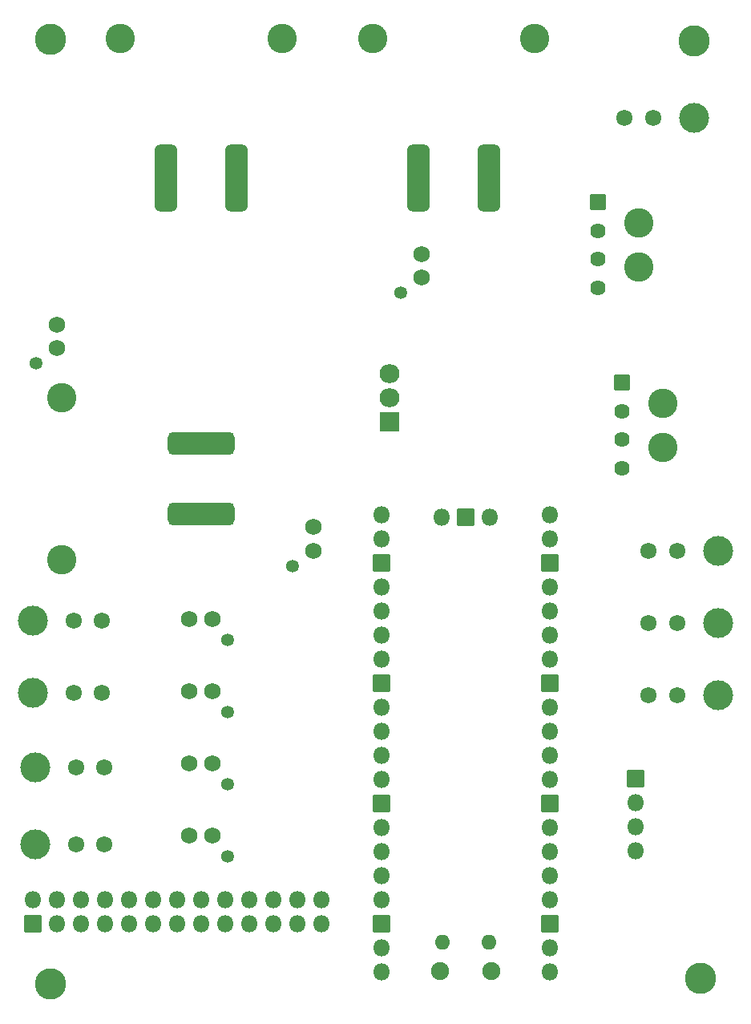
<source format=gbs>
G04 #@! TF.GenerationSoftware,KiCad,Pcbnew,(6.0.7)*
G04 #@! TF.CreationDate,2022-12-18T06:26:48+05:30*
G04 #@! TF.ProjectId,PowerBoard,506f7765-7242-46f6-9172-642e6b696361,rev?*
G04 #@! TF.SameCoordinates,Original*
G04 #@! TF.FileFunction,Soldermask,Bot*
G04 #@! TF.FilePolarity,Negative*
%FSLAX46Y46*%
G04 Gerber Fmt 4.6, Leading zero omitted, Abs format (unit mm)*
G04 Created by KiCad (PCBNEW (6.0.7)) date 2022-12-18 06:26:48*
%MOMM*%
%LPD*%
G01*
G04 APERTURE LIST*
G04 Aperture macros list*
%AMRoundRect*
0 Rectangle with rounded corners*
0 $1 Rounding radius*
0 $2 $3 $4 $5 $6 $7 $8 $9 X,Y pos of 4 corners*
0 Add a 4 corners polygon primitive as box body*
4,1,4,$2,$3,$4,$5,$6,$7,$8,$9,$2,$3,0*
0 Add four circle primitives for the rounded corners*
1,1,$1+$1,$2,$3*
1,1,$1+$1,$4,$5*
1,1,$1+$1,$6,$7*
1,1,$1+$1,$8,$9*
0 Add four rect primitives between the rounded corners*
20,1,$1+$1,$2,$3,$4,$5,0*
20,1,$1+$1,$4,$5,$6,$7,0*
20,1,$1+$1,$6,$7,$8,$9,0*
20,1,$1+$1,$8,$9,$2,$3,0*%
G04 Aperture macros list end*
%ADD10C,3.102000*%
%ADD11RoundRect,0.638500X-2.912500X0.587500X-2.912500X-0.587500X2.912500X-0.587500X2.912500X0.587500X0*%
%ADD12C,1.722000*%
%ADD13C,3.152000*%
%ADD14RoundRect,0.051000X-0.850000X-0.850000X0.850000X-0.850000X0.850000X0.850000X-0.850000X0.850000X0*%
%ADD15O,1.802000X1.802000*%
%ADD16C,1.352000*%
%ADD17C,1.752000*%
%ADD18RoundRect,0.051000X1.000000X-0.952500X1.000000X0.952500X-1.000000X0.952500X-1.000000X-0.952500X0*%
%ADD19O,2.102000X2.007000*%
%ADD20RoundRect,0.051000X0.850000X-0.850000X0.850000X0.850000X-0.850000X0.850000X-0.850000X-0.850000X0*%
%ADD21C,3.101999*%
%ADD22RoundRect,0.051000X0.760000X-0.760000X0.760000X0.760000X-0.760000X0.760000X-0.760000X-0.760000X0*%
%ADD23C,1.622000*%
%ADD24C,3.302000*%
%ADD25O,1.902000X1.902000*%
%ADD26O,1.602000X1.602000*%
%ADD27RoundRect,0.051000X0.850000X0.850000X-0.850000X0.850000X-0.850000X-0.850000X0.850000X-0.850000X0*%
%ADD28RoundRect,0.638500X0.587500X2.912500X-0.587500X2.912500X-0.587500X-2.912500X0.587500X-2.912500X0*%
G04 APERTURE END LIST*
D10*
X81805000Y-89245000D03*
X81805000Y-106335000D03*
D11*
X96520000Y-94050000D03*
X96520000Y-101530000D03*
D12*
X146810000Y-105410000D03*
X143810000Y-105410000D03*
D13*
X151130000Y-105410000D03*
D14*
X142448606Y-129458684D03*
D15*
X142448606Y-131998684D03*
X142448606Y-134538684D03*
X142448606Y-137078684D03*
D12*
X146810000Y-120650000D03*
X143810000Y-120650000D03*
D13*
X151130000Y-120650000D03*
D16*
X117595080Y-78135920D03*
D17*
X119795080Y-76535920D03*
X119795080Y-74035920D03*
D16*
X79070900Y-85590820D03*
D17*
X81270900Y-83990820D03*
X81270900Y-81490820D03*
D12*
X83060000Y-112776000D03*
X86060000Y-112776000D03*
D13*
X78740000Y-112776000D03*
D12*
X83060000Y-120396000D03*
X86060000Y-120396000D03*
D13*
X78740000Y-120396000D03*
D12*
X83302924Y-128270000D03*
X86302924Y-128270000D03*
D13*
X78982924Y-128270000D03*
D12*
X83302924Y-136398000D03*
X86302924Y-136398000D03*
D13*
X78982924Y-136398000D03*
D18*
X116428520Y-91800680D03*
D19*
X116428520Y-89260680D03*
X116428520Y-86720680D03*
D20*
X78740000Y-144780000D03*
D15*
X78740000Y-142240000D03*
X81280000Y-144780000D03*
X81280000Y-142240000D03*
X83820000Y-144780000D03*
X83820000Y-142240000D03*
X86360000Y-144780000D03*
X86360000Y-142240000D03*
X88900000Y-144780000D03*
X88900000Y-142240000D03*
X91440000Y-144780000D03*
X91440000Y-142240000D03*
X93980000Y-144780000D03*
X93980000Y-142240000D03*
X96520000Y-144780000D03*
X96520000Y-142240000D03*
X99060000Y-144780000D03*
X99060000Y-142240000D03*
X101600000Y-144780000D03*
X101600000Y-142240000D03*
X104140000Y-144780000D03*
X104140000Y-142240000D03*
X106680000Y-144780000D03*
X106680000Y-142240000D03*
X109220000Y-144780000D03*
X109220000Y-142240000D03*
D16*
X106160000Y-106970000D03*
D17*
X108360000Y-105370000D03*
X108360000Y-102870000D03*
D16*
X99350000Y-114820000D03*
D17*
X97750000Y-112620000D03*
X95250000Y-112620000D03*
D16*
X99350000Y-122440000D03*
D17*
X97750000Y-120240000D03*
X95250000Y-120240000D03*
D12*
X146810000Y-113030000D03*
X143810000Y-113030000D03*
D13*
X151130000Y-113030000D03*
D21*
X145289999Y-94479999D03*
X145289999Y-89780008D03*
D22*
X140970000Y-87630000D03*
D23*
X140970000Y-90629999D03*
X140970000Y-93629998D03*
X140970000Y-96629997D03*
D12*
X144270000Y-59690000D03*
X141270000Y-59690000D03*
D13*
X148590000Y-59690000D03*
D24*
X149283420Y-150540720D03*
X80647540Y-51396900D03*
X80639920Y-151117300D03*
X148559520Y-51513740D03*
D25*
X121735000Y-149730000D03*
D26*
X126885000Y-146700000D03*
D25*
X127185000Y-149730000D03*
D26*
X122035000Y-146700000D03*
D15*
X133350000Y-149860000D03*
X133350000Y-147320000D03*
D27*
X133350000Y-144780000D03*
D15*
X133350000Y-142240000D03*
X133350000Y-139700000D03*
X133350000Y-137160000D03*
X133350000Y-134620000D03*
D27*
X133350000Y-132080000D03*
D15*
X133350000Y-129540000D03*
X133350000Y-127000000D03*
X133350000Y-124460000D03*
X133350000Y-121920000D03*
D27*
X133350000Y-119380000D03*
D15*
X133350000Y-116840000D03*
X133350000Y-114300000D03*
X133350000Y-111760000D03*
X133350000Y-109220000D03*
D27*
X133350000Y-106680000D03*
D15*
X133350000Y-104140000D03*
X133350000Y-101600000D03*
X115570000Y-101600000D03*
X115570000Y-104140000D03*
D27*
X115570000Y-106680000D03*
D15*
X115570000Y-109220000D03*
X115570000Y-111760000D03*
X115570000Y-114300000D03*
X115570000Y-116840000D03*
D27*
X115570000Y-119380000D03*
D15*
X115570000Y-121920000D03*
X115570000Y-124460000D03*
X115570000Y-127000000D03*
X115570000Y-129540000D03*
D27*
X115570000Y-132080000D03*
D15*
X115570000Y-134620000D03*
X115570000Y-137160000D03*
X115570000Y-139700000D03*
X115570000Y-142240000D03*
D27*
X115570000Y-144780000D03*
D15*
X115570000Y-147320000D03*
X115570000Y-149860000D03*
X127000000Y-101830000D03*
D27*
X124460000Y-101830000D03*
D15*
X121920000Y-101830000D03*
D21*
X142749999Y-70730008D03*
X142749999Y-75429999D03*
D22*
X138430000Y-68580000D03*
D23*
X138430000Y-71579999D03*
X138430000Y-74579998D03*
X138430000Y-77579997D03*
D16*
X99350000Y-137680000D03*
D17*
X97750000Y-135480000D03*
X95250000Y-135480000D03*
D16*
X99350000Y-130060000D03*
D17*
X97750000Y-127860000D03*
X95250000Y-127860000D03*
D10*
X87975000Y-51325000D03*
X105065000Y-51325000D03*
D28*
X100260000Y-66040000D03*
X92780000Y-66040000D03*
D10*
X131735000Y-51325000D03*
X114645000Y-51325000D03*
D28*
X126930000Y-66040000D03*
X119450000Y-66040000D03*
M02*

</source>
